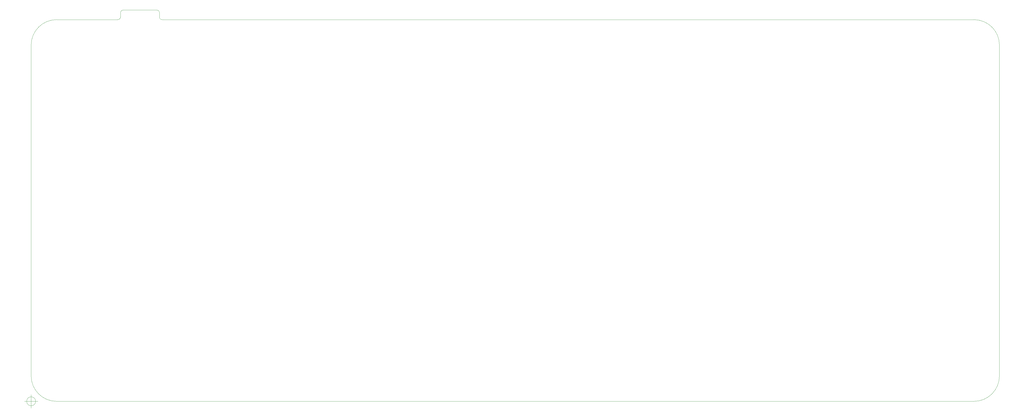
<source format=gbr>
%TF.GenerationSoftware,KiCad,Pcbnew,(6.0.11)*%
%TF.CreationDate,2023-03-01T00:12:33+07:00*%
%TF.ProjectId,Extero75,45787465-726f-4373-952e-6b696361645f,rev?*%
%TF.SameCoordinates,PX23b22f0PYc57ca40*%
%TF.FileFunction,Profile,NP*%
%FSLAX46Y46*%
G04 Gerber Fmt 4.6, Leading zero omitted, Abs format (unit mm)*
G04 Created by KiCad (PCBNEW (6.0.11)) date 2023-03-01 00:12:33*
%MOMM*%
%LPD*%
G01*
G04 APERTURE LIST*
%TA.AperFunction,Profile*%
%ADD10C,0.100000*%
%TD*%
%TA.AperFunction,Profile*%
%ADD11C,0.050000*%
%TD*%
G04 APERTURE END LIST*
D10*
X2500Y133335000D02*
X2500Y9510000D01*
X34437107Y146462893D02*
X46952893Y146452893D01*
X352427500Y142860000D02*
X48960000Y142860000D01*
X34437107Y146462893D02*
G75*
G03*
X33437107Y145462893I-7J-999993D01*
G01*
X361952500Y9510000D02*
X361952500Y133335000D01*
X361952500Y133335000D02*
G75*
G03*
X352427500Y142860000I-9525000J0D01*
G01*
X33437107Y145462893D02*
X33402893Y143867107D01*
X47952893Y145452893D02*
G75*
G03*
X46952893Y146452893I-999993J7D01*
G01*
X352427500Y-15000D02*
G75*
G03*
X361952500Y9510000I0J9525000D01*
G01*
X47972535Y143759999D02*
G75*
G03*
X48960000Y142860000I928665J27201D01*
G01*
X32402893Y142867107D02*
G75*
G03*
X33402893Y143867107I7J999993D01*
G01*
X9527500Y142860000D02*
X32402893Y142867107D01*
X352427500Y-15000D02*
X9527500Y-15000D01*
X2500Y9510000D02*
G75*
G03*
X9527500Y-15000I9525000J0D01*
G01*
X9527500Y142860000D02*
G75*
G03*
X2500Y133335000I0J-9525000D01*
G01*
X47952893Y145452893D02*
X47972577Y143760000D01*
D11*
X1666666Y0D02*
G75*
G03*
X1666666Y0I-1666666J0D01*
G01*
X-2500000Y0D02*
X2500000Y0D01*
X0Y2500000D02*
X0Y-2500000D01*
M02*

</source>
